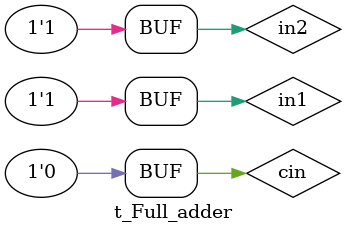
<source format=v>
`timescale 1ns/1ns
`include "Full_adder.v"

module t_Full_adder;

// initiate wires for input
reg in1, in2, cin;
wire cout, sum;

// create full adder module instance
Full_adder adder(sum, cout, cin, in1, in2);

// initialize input signal
initial begin
    $dumpfile("t_Full_adder.vcd");
    $dumpvars(0, t_Full_adder);

    cin = 1'b0;
    in1 = 1'b0;
    in2 = 1'b0;
    #20;
    in1 = 1'b1;
    in2 = 1'b0;
    #20;
    in1 = 1'b0;
    in2 = 1'b1;
    #20;
    in1 = 1'b1;
    in2 = 1'b1;
    #20;

    $display("end of test.");
end

endmodule
</source>
